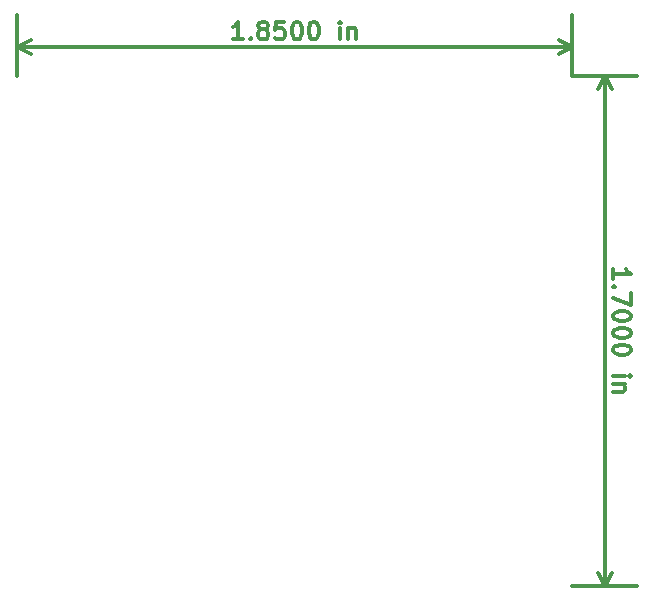
<source format=gbr>
G04 #@! TF.GenerationSoftware,KiCad,Pcbnew,no-vcs-found-895c0bb~58~ubuntu16.04.1*
G04 #@! TF.CreationDate,2017-07-11T17:07:46-04:00*
G04 #@! TF.ProjectId,alim,616C696D2E6B696361645F7063620000,rev?*
G04 #@! TF.SameCoordinates,Original
G04 #@! TF.FileFunction,Other,User*
%FSLAX46Y46*%
G04 Gerber Fmt 4.6, Leading zero omitted, Abs format (unit mm)*
G04 Created by KiCad (PCBNEW no-vcs-found-895c0bb~58~ubuntu16.04.1) date Tue Jul 11 17:07:46 2017*
%MOMM*%
%LPD*%
G01*
G04 APERTURE LIST*
%ADD10C,0.300000*%
G04 APERTURE END LIST*
D10*
X152055428Y-64695142D02*
X152055428Y-63838000D01*
X152055428Y-64266571D02*
X153555428Y-64266571D01*
X153341142Y-64123714D01*
X153198285Y-63980857D01*
X153126857Y-63838000D01*
X152198285Y-65338000D02*
X152126857Y-65409428D01*
X152055428Y-65338000D01*
X152126857Y-65266571D01*
X152198285Y-65338000D01*
X152055428Y-65338000D01*
X153555428Y-65909428D02*
X153555428Y-66909428D01*
X152055428Y-66266571D01*
X153555428Y-67766571D02*
X153555428Y-67909428D01*
X153484000Y-68052285D01*
X153412571Y-68123714D01*
X153269714Y-68195142D01*
X152984000Y-68266571D01*
X152626857Y-68266571D01*
X152341142Y-68195142D01*
X152198285Y-68123714D01*
X152126857Y-68052285D01*
X152055428Y-67909428D01*
X152055428Y-67766571D01*
X152126857Y-67623714D01*
X152198285Y-67552285D01*
X152341142Y-67480857D01*
X152626857Y-67409428D01*
X152984000Y-67409428D01*
X153269714Y-67480857D01*
X153412571Y-67552285D01*
X153484000Y-67623714D01*
X153555428Y-67766571D01*
X153555428Y-69195142D02*
X153555428Y-69338000D01*
X153484000Y-69480857D01*
X153412571Y-69552285D01*
X153269714Y-69623714D01*
X152984000Y-69695142D01*
X152626857Y-69695142D01*
X152341142Y-69623714D01*
X152198285Y-69552285D01*
X152126857Y-69480857D01*
X152055428Y-69338000D01*
X152055428Y-69195142D01*
X152126857Y-69052285D01*
X152198285Y-68980857D01*
X152341142Y-68909428D01*
X152626857Y-68838000D01*
X152984000Y-68838000D01*
X153269714Y-68909428D01*
X153412571Y-68980857D01*
X153484000Y-69052285D01*
X153555428Y-69195142D01*
X153555428Y-70623714D02*
X153555428Y-70766571D01*
X153484000Y-70909428D01*
X153412571Y-70980857D01*
X153269714Y-71052285D01*
X152984000Y-71123714D01*
X152626857Y-71123714D01*
X152341142Y-71052285D01*
X152198285Y-70980857D01*
X152126857Y-70909428D01*
X152055428Y-70766571D01*
X152055428Y-70623714D01*
X152126857Y-70480857D01*
X152198285Y-70409428D01*
X152341142Y-70338000D01*
X152626857Y-70266571D01*
X152984000Y-70266571D01*
X153269714Y-70338000D01*
X153412571Y-70409428D01*
X153484000Y-70480857D01*
X153555428Y-70623714D01*
X152055428Y-72909428D02*
X153055428Y-72909428D01*
X153555428Y-72909428D02*
X153484000Y-72838000D01*
X153412571Y-72909428D01*
X153484000Y-72980857D01*
X153555428Y-72909428D01*
X153412571Y-72909428D01*
X153055428Y-73623714D02*
X152055428Y-73623714D01*
X152912571Y-73623714D02*
X152984000Y-73695142D01*
X153055428Y-73838000D01*
X153055428Y-74052285D01*
X152984000Y-74195142D01*
X152841142Y-74266571D01*
X152055428Y-74266571D01*
X151384000Y-47498000D02*
X151384000Y-90678000D01*
X148590000Y-47498000D02*
X154084000Y-47498000D01*
X148590000Y-90678000D02*
X154084000Y-90678000D01*
X151384000Y-90678000D02*
X150797579Y-89551496D01*
X151384000Y-90678000D02*
X151970421Y-89551496D01*
X151384000Y-47498000D02*
X150797579Y-48624504D01*
X151384000Y-47498000D02*
X151970421Y-48624504D01*
X120702142Y-44413571D02*
X119845000Y-44413571D01*
X120273571Y-44413571D02*
X120273571Y-42913571D01*
X120130714Y-43127857D01*
X119987857Y-43270714D01*
X119845000Y-43342142D01*
X121345000Y-44270714D02*
X121416428Y-44342142D01*
X121345000Y-44413571D01*
X121273571Y-44342142D01*
X121345000Y-44270714D01*
X121345000Y-44413571D01*
X122273571Y-43556428D02*
X122130714Y-43485000D01*
X122059285Y-43413571D01*
X121987857Y-43270714D01*
X121987857Y-43199285D01*
X122059285Y-43056428D01*
X122130714Y-42985000D01*
X122273571Y-42913571D01*
X122559285Y-42913571D01*
X122702142Y-42985000D01*
X122773571Y-43056428D01*
X122845000Y-43199285D01*
X122845000Y-43270714D01*
X122773571Y-43413571D01*
X122702142Y-43485000D01*
X122559285Y-43556428D01*
X122273571Y-43556428D01*
X122130714Y-43627857D01*
X122059285Y-43699285D01*
X121987857Y-43842142D01*
X121987857Y-44127857D01*
X122059285Y-44270714D01*
X122130714Y-44342142D01*
X122273571Y-44413571D01*
X122559285Y-44413571D01*
X122702142Y-44342142D01*
X122773571Y-44270714D01*
X122845000Y-44127857D01*
X122845000Y-43842142D01*
X122773571Y-43699285D01*
X122702142Y-43627857D01*
X122559285Y-43556428D01*
X124202142Y-42913571D02*
X123487857Y-42913571D01*
X123416428Y-43627857D01*
X123487857Y-43556428D01*
X123630714Y-43485000D01*
X123987857Y-43485000D01*
X124130714Y-43556428D01*
X124202142Y-43627857D01*
X124273571Y-43770714D01*
X124273571Y-44127857D01*
X124202142Y-44270714D01*
X124130714Y-44342142D01*
X123987857Y-44413571D01*
X123630714Y-44413571D01*
X123487857Y-44342142D01*
X123416428Y-44270714D01*
X125202142Y-42913571D02*
X125345000Y-42913571D01*
X125487857Y-42985000D01*
X125559285Y-43056428D01*
X125630714Y-43199285D01*
X125702142Y-43485000D01*
X125702142Y-43842142D01*
X125630714Y-44127857D01*
X125559285Y-44270714D01*
X125487857Y-44342142D01*
X125345000Y-44413571D01*
X125202142Y-44413571D01*
X125059285Y-44342142D01*
X124987857Y-44270714D01*
X124916428Y-44127857D01*
X124845000Y-43842142D01*
X124845000Y-43485000D01*
X124916428Y-43199285D01*
X124987857Y-43056428D01*
X125059285Y-42985000D01*
X125202142Y-42913571D01*
X126630714Y-42913571D02*
X126773571Y-42913571D01*
X126916428Y-42985000D01*
X126987857Y-43056428D01*
X127059285Y-43199285D01*
X127130714Y-43485000D01*
X127130714Y-43842142D01*
X127059285Y-44127857D01*
X126987857Y-44270714D01*
X126916428Y-44342142D01*
X126773571Y-44413571D01*
X126630714Y-44413571D01*
X126487857Y-44342142D01*
X126416428Y-44270714D01*
X126345000Y-44127857D01*
X126273571Y-43842142D01*
X126273571Y-43485000D01*
X126345000Y-43199285D01*
X126416428Y-43056428D01*
X126487857Y-42985000D01*
X126630714Y-42913571D01*
X128916428Y-44413571D02*
X128916428Y-43413571D01*
X128916428Y-42913571D02*
X128845000Y-42985000D01*
X128916428Y-43056428D01*
X128987857Y-42985000D01*
X128916428Y-42913571D01*
X128916428Y-43056428D01*
X129630714Y-43413571D02*
X129630714Y-44413571D01*
X129630714Y-43556428D02*
X129702142Y-43485000D01*
X129845000Y-43413571D01*
X130059285Y-43413571D01*
X130202142Y-43485000D01*
X130273571Y-43627857D01*
X130273571Y-44413571D01*
X101600000Y-45085000D02*
X148590000Y-45085000D01*
X101600000Y-47498000D02*
X101600000Y-42385000D01*
X148590000Y-47498000D02*
X148590000Y-42385000D01*
X148590000Y-45085000D02*
X147463496Y-45671421D01*
X148590000Y-45085000D02*
X147463496Y-44498579D01*
X101600000Y-45085000D02*
X102726504Y-45671421D01*
X101600000Y-45085000D02*
X102726504Y-44498579D01*
M02*

</source>
